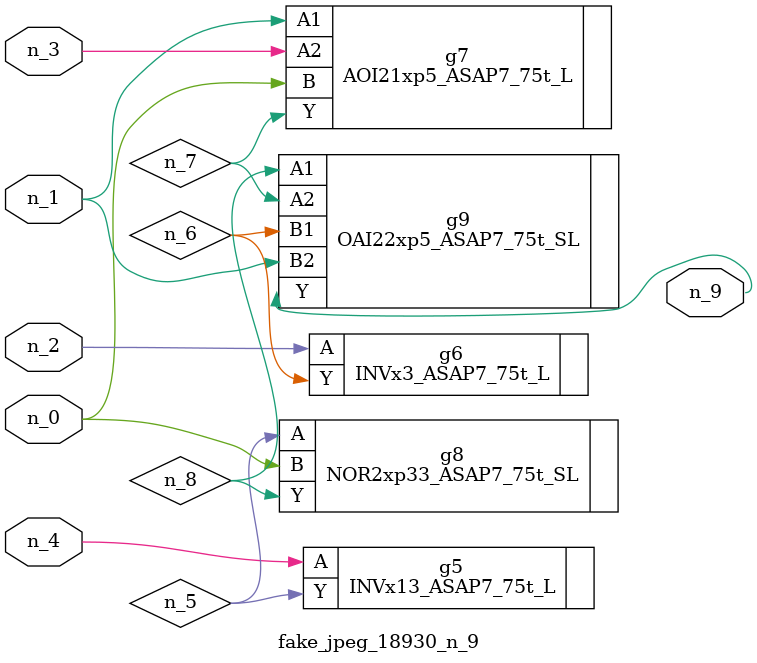
<source format=v>
module fake_jpeg_18930_n_9 (n_3, n_2, n_1, n_0, n_4, n_9);

input n_3;
input n_2;
input n_1;
input n_0;
input n_4;

output n_9;

wire n_8;
wire n_6;
wire n_5;
wire n_7;

INVx13_ASAP7_75t_L g5 ( 
.A(n_4),
.Y(n_5)
);

INVx3_ASAP7_75t_L g6 ( 
.A(n_2),
.Y(n_6)
);

AOI21xp5_ASAP7_75t_L g7 ( 
.A1(n_1),
.A2(n_3),
.B(n_0),
.Y(n_7)
);

NOR2xp33_ASAP7_75t_SL g8 ( 
.A(n_5),
.B(n_0),
.Y(n_8)
);

OAI22xp5_ASAP7_75t_SL g9 ( 
.A1(n_8),
.A2(n_7),
.B1(n_6),
.B2(n_1),
.Y(n_9)
);


endmodule
</source>
